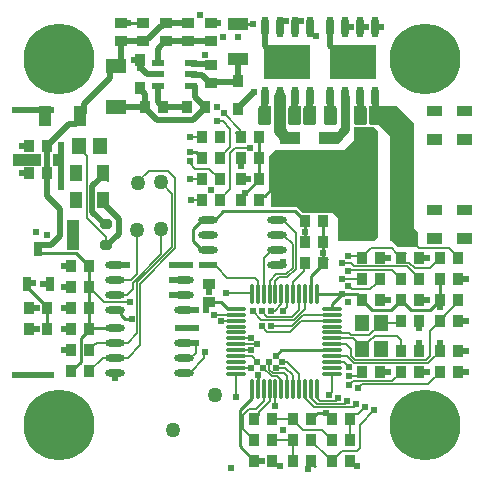
<source format=gbl>
G04*
G04 #@! TF.GenerationSoftware,Altium Limited,Altium Designer,20.0.2 (26)*
G04*
G04 Layer_Physical_Order=4*
G04 Layer_Color=16711680*
%FSLAX25Y25*%
%MOIN*%
G70*
G01*
G75*
%ADD10C,0.01000*%
%ADD11C,0.00600*%
%ADD25R,0.06000X0.10000*%
%ADD47C,0.02400*%
%ADD48C,0.05000*%
%ADD49C,0.23622*%
%ADD50C,0.02000*%
%ADD52R,0.02559X0.04528*%
%ADD53O,0.07087X0.01181*%
%ADD54O,0.01181X0.07087*%
%ADD55R,0.07087X0.04449*%
%ADD56R,0.03661X0.03858*%
%ADD57R,0.15748X0.11810*%
%ADD58O,0.02362X0.07079*%
%ADD59R,0.03268X0.03937*%
%ADD60R,0.06500X0.05000*%
%ADD61R,0.03858X0.03661*%
%ADD62R,0.04331X0.02362*%
%ADD63R,0.04000X0.05500*%
%ADD64R,0.04449X0.07087*%
%ADD65O,0.06496X0.02362*%
%ADD66R,0.06496X0.02362*%
%ADD67R,0.03937X0.03150*%
G04:AMPARAMS|DCode=68|XSize=39.37mil|YSize=31.5mil|CornerRadius=0mil|HoleSize=0mil|Usage=FLASHONLY|Rotation=0.000|XOffset=0mil|YOffset=0mil|HoleType=Round|Shape=Octagon|*
%AMOCTAGOND68*
4,1,8,0.01968,-0.00787,0.01968,0.00787,0.01181,0.01575,-0.01181,0.01575,-0.01968,0.00787,-0.01968,-0.00787,-0.01181,-0.01575,0.01181,-0.01575,0.01968,-0.00787,0.0*
%
%ADD68OCTAGOND68*%

%ADD69R,0.04567X0.05787*%
%ADD70R,0.04528X0.05512*%
%ADD71C,0.03000*%
%ADD72C,0.04000*%
%ADD73R,0.03996X0.10200*%
G36*
X106624Y106924D02*
X106924Y106624D01*
X112190Y106624D01*
X118124Y100690D01*
X118124Y65724D01*
X119724Y64124D01*
Y60024D01*
X119024Y59324D01*
X113024Y59324D01*
X111024Y61324D01*
Y61424D01*
X110224D01*
X110224Y96424D01*
X106424Y100224D01*
X103924D01*
X103224Y100924D01*
X103224Y105924D01*
X103924Y106624D01*
X103924D01*
X104224Y106924D01*
Y109324D01*
X106624D01*
Y106924D01*
D02*
G37*
G36*
X101624D02*
X102624Y105924D01*
Y100924D01*
X101924Y100224D01*
X98924D01*
X98224Y100924D01*
Y105924D01*
X99224Y106924D01*
Y109324D01*
X101624D01*
Y106924D01*
D02*
G37*
G36*
X91624D02*
X92624Y105924D01*
Y100924D01*
X91924Y100224D01*
X88924D01*
X88224Y100924D01*
Y105924D01*
X89224Y106924D01*
Y109324D01*
X91624D01*
Y106924D01*
D02*
G37*
G36*
X84724D02*
X85724Y105924D01*
Y100924D01*
X85024Y100224D01*
X82024D01*
X81324Y100924D01*
Y105924D01*
X82324Y106924D01*
Y109324D01*
X84724D01*
Y106924D01*
D02*
G37*
G36*
X79724D02*
X80724Y105924D01*
Y100924D01*
X80024Y100224D01*
X77024D01*
X76324Y100924D01*
Y105924D01*
X77324Y106924D01*
Y109324D01*
X79724D01*
Y106924D01*
D02*
G37*
G36*
X69724D02*
X70724Y105924D01*
Y100924D01*
X70024Y100224D01*
X67024D01*
X66324Y100924D01*
Y105924D01*
X67324Y106924D01*
Y109324D01*
X69724D01*
Y106924D01*
D02*
G37*
G36*
X106124Y98224D02*
X106124Y62771D01*
X104876Y61524D01*
X93024Y61524D01*
X93024Y69024D01*
X91224Y70824D01*
X81200Y70824D01*
X79100Y72924D01*
X70724Y72924D01*
X70724Y77623D01*
X69824Y78524D01*
X69824Y89556D01*
X71991Y91724D01*
X94968D01*
X98224Y94979D01*
X98224Y99524D01*
X104824D01*
X106124Y98224D01*
D02*
G37*
D10*
X123690Y38524D02*
X126992Y41825D01*
X-10717Y47216D02*
X-9937Y46437D01*
Y45332D02*
Y46437D01*
X49606Y68524D02*
X51825D01*
X47539D02*
X49606D01*
X-3945Y32024D02*
Y39024D01*
X72123Y23147D02*
X74047Y25071D01*
X43492Y91024D02*
X45591D01*
X47492Y89122D01*
X21824Y35624D02*
X24124D01*
X18606Y38524D02*
X20065D01*
X20694Y37894D01*
Y36753D02*
Y37894D01*
Y36753D02*
X21824Y35624D01*
X66555Y75122D02*
X67886Y76453D01*
X68453D01*
X66555Y75024D02*
Y75122D01*
X68453Y76453D02*
X71024Y79024D01*
Y79024D01*
X44554Y61510D02*
X47539Y58524D01*
X44554Y65538D02*
X47539Y68524D01*
X44554Y61510D02*
Y65538D01*
X54738Y71436D02*
X78501D01*
X51825Y68524D02*
X54738Y71436D01*
X100992Y41924D02*
Y42022D01*
X99661Y43353D02*
X100992Y42022D01*
X99563Y43353D02*
X99661D01*
X99128Y43787D02*
X99563Y43353D01*
X94224Y43787D02*
X99128D01*
X88055Y54122D02*
X89386Y55453D01*
X88026Y54093D02*
X88055Y54122D01*
Y57524D02*
Y61024D01*
Y54122D02*
Y57524D01*
Y54024D02*
Y54122D01*
X88026Y53896D02*
Y54093D01*
X78501Y71436D02*
X81913Y68024D01*
X81992Y64524D02*
Y68024D01*
Y61024D02*
Y64524D01*
X86568Y52595D02*
X86724D01*
X83916Y49943D02*
X86568Y52595D01*
X86724D02*
X88026Y53896D01*
X83916Y44003D02*
Y49943D01*
X88055Y61024D02*
Y68024D01*
X83882Y43968D02*
X83916Y44003D01*
X59524Y133890D02*
X64524D01*
X65224Y97453D02*
X66555Y96122D01*
Y96024D02*
Y96122D01*
X10055Y39024D02*
Y45925D01*
X5754Y57424D02*
X10055Y53122D01*
Y32024D02*
Y39024D01*
X-6976Y58203D02*
X-6197Y57424D01*
X-6976Y58203D02*
Y58831D01*
X-6197Y57424D02*
X5754D01*
X86055Y4024D02*
X88992D01*
X85386Y3453D02*
X85484D01*
X86055Y4024D01*
X84055Y2024D02*
Y2122D01*
X85386Y3453D01*
X66555Y81925D02*
Y82024D01*
X62054Y77424D02*
X66555Y81925D01*
X61892Y77424D02*
X62054D01*
X66165Y12079D02*
Y16824D01*
Y11824D02*
Y12079D01*
X90969Y38850D02*
Y40532D01*
X94224Y43787D01*
X85850Y43871D02*
Y43968D01*
Y43871D02*
X85934Y43787D01*
X94224D01*
X126992Y41924D02*
Y48924D01*
X126992Y48924D01*
X74047Y25071D02*
X90969D01*
X60124Y-7009D02*
X64992Y-11878D01*
X60124Y-7009D02*
Y5053D01*
X64197Y9126D02*
Y12079D01*
X60124Y5053D02*
X64197Y9126D01*
X56126Y38850D02*
X59079D01*
X53984Y40992D02*
X56126Y38850D01*
X50024Y40992D02*
X53984D01*
X59044Y38885D02*
X59079Y38850D01*
X66555Y89024D02*
Y96024D01*
Y82024D02*
Y89024D01*
X47539Y58524D02*
X49606D01*
X-5276Y40354D02*
Y40671D01*
X-9937Y45332D02*
X-5276Y40671D01*
X20524Y134055D02*
X28024D01*
X-5276Y40354D02*
X-3945Y39024D01*
X71055Y-12075D02*
Y-11976D01*
X84055Y-12075D02*
Y-11976D01*
X47492Y89024D02*
Y89122D01*
X113992Y41825D02*
X117294Y38524D01*
X126992Y41825D02*
Y41924D01*
X117294Y38524D02*
X123690D01*
X84055Y-12075D02*
X85386Y-13406D01*
X97055Y-12075D02*
Y-11976D01*
X100992Y41825D02*
X104294Y38524D01*
X110592D02*
X112563Y40494D01*
X104294Y38524D02*
X110592D01*
X100992Y41825D02*
Y41924D01*
X113992Y41825D02*
Y41924D01*
X112661Y40494D02*
X113992Y41825D01*
X112563Y40494D02*
X112661D01*
X10055Y31925D02*
Y32024D01*
X7124Y28994D02*
X10055Y31925D01*
X7124Y21254D02*
Y28994D01*
X3992Y18024D02*
Y18122D01*
X7124Y21254D01*
X10055Y32024D02*
X10555Y32524D01*
X18606D01*
X10055Y46024D02*
Y53024D01*
X97055Y2024D02*
X97055Y2024D01*
X84055Y-5075D02*
Y-4976D01*
X89528Y-10547D02*
X89661D01*
X90992Y-11878D01*
X77992Y-11976D02*
X77992Y-11976D01*
X90992Y-4976D02*
Y-4878D01*
X89661Y-3547D02*
X90992Y-4878D01*
X89563Y-3547D02*
X89661D01*
X77992Y1925D02*
Y2024D01*
X10055Y53024D02*
Y53122D01*
D11*
X26087Y65148D02*
Y65276D01*
Y50587D02*
Y65148D01*
X38724Y58981D02*
Y82324D01*
X72009Y38309D02*
X74039Y40339D01*
Y43968D02*
X74039Y43968D01*
X74039Y40339D02*
Y43968D01*
X74524Y38024D02*
X76008Y39508D01*
Y43968D01*
X70809Y38309D02*
X72009D01*
X70524Y38024D02*
X70809Y38309D01*
X74125Y21179D02*
X75924D01*
X79945Y12079D02*
Y17159D01*
X75924Y21179D02*
X79945Y17159D01*
X75425Y19222D02*
X77976Y16671D01*
X72123Y19222D02*
X75425D01*
X77976Y12079D02*
Y16671D01*
X71336Y17322D02*
X75025D01*
X76008Y16339D01*
X70078Y18580D02*
X71336Y17322D01*
X70922Y16322D02*
X72749D01*
X74039Y15032D01*
X70078Y18580D02*
Y21135D01*
X68079Y19165D02*
X70922Y16322D01*
X74039Y12079D02*
Y15032D01*
X76008Y12079D02*
Y16339D01*
X59079Y27039D02*
X66079D01*
X59079Y29008D02*
X64079D01*
X118524Y60524D02*
X119824Y59224D01*
X129853D02*
X133055Y56022D01*
X119824Y59224D02*
X129853D01*
X43724Y22524D02*
X45441Y24241D01*
Y27524D01*
X41441Y22524D02*
X43724D01*
X68134Y55884D02*
X70774Y58524D01*
X68134Y43968D02*
Y55884D01*
X70774Y58524D02*
X72441D01*
X52574Y52643D02*
X55993Y49224D01*
X65224D02*
X66165Y48282D01*
X55993Y49224D02*
X65224D01*
X50487Y52643D02*
X52574D01*
X49606Y53524D02*
X50487Y52643D01*
X90969Y17197D02*
X90969Y17197D01*
X90969Y11275D02*
Y17197D01*
X90024Y10330D02*
X90969Y11275D01*
X90024Y10024D02*
Y10330D01*
X97924Y14924D02*
X110992D01*
X96524Y13524D02*
X97924Y14924D01*
X101024Y13924D02*
X122992D01*
X100024Y12924D02*
X101024Y13924D01*
X90969Y21134D02*
X94913D01*
X96524Y19524D01*
Y19524D02*
Y19524D01*
X95102Y7102D02*
X96024Y8024D01*
X98220Y20824D02*
X122892D01*
X125363Y23294D01*
X125461D02*
X126992Y24825D01*
X125363Y23294D02*
X125461D01*
X126992Y24825D02*
Y24924D01*
X123524Y23155D02*
Y31357D01*
X98634Y21824D02*
X122192D01*
X123524Y23155D01*
X95941Y23102D02*
X98220Y20824D01*
X97224Y23234D02*
X98634Y21824D01*
X90969Y23102D02*
X95941D01*
X97224Y23234D02*
Y25424D01*
X97224Y30124D02*
X103182D01*
X91080Y30865D02*
X96482D01*
X97224Y30124D01*
X104857Y31798D02*
X105209D01*
X103182Y30124D02*
X104857Y31798D01*
X105209D02*
X107173Y33762D01*
Y34254D01*
X103267Y28049D02*
X105095Y29876D01*
X102838Y28049D02*
X103267D01*
X105095Y29876D02*
X112621D01*
X113992Y28505D01*
Y24924D02*
Y28505D01*
X100874Y26085D02*
X102838Y28049D01*
X90969Y30976D02*
X91080Y30865D01*
X100874Y25593D02*
Y26085D01*
X90969Y29008D02*
X97951D01*
X100874Y26085D01*
X97024Y16524D02*
X99592D01*
X100992Y17924D01*
X99653Y3653D02*
X102024Y6024D01*
X98586Y3653D02*
X99653D01*
X97055Y2024D02*
Y2122D01*
X98586Y3653D01*
X100228Y228D02*
X105024Y5024D01*
X100228Y-7576D02*
Y228D01*
X84937Y6102D02*
X98102D01*
X99024Y7024D01*
X85905Y7102D02*
X95102D01*
X92102Y8102D02*
X93024Y9024D01*
X86935Y8102D02*
X92102D01*
X103555Y45424D02*
X105426Y47295D01*
X96224Y46346D02*
X96552D01*
X97475Y45424D01*
X103555D01*
X100974Y48906D02*
X100992Y48924D01*
X94224Y48906D02*
X100974D01*
X115955Y53024D02*
X118426Y50553D01*
X98146Y53024D02*
X115955D01*
X94224Y54024D02*
X97146D01*
X98146Y53024D01*
X96568Y51809D02*
X97360D01*
X96224Y51465D02*
X96568Y51809D01*
X97360D02*
X97475Y51924D01*
X110992D01*
X100333Y56583D02*
X100992Y55924D01*
X96224Y56583D02*
X100333D01*
X133055Y55924D02*
Y56022D01*
X110992Y51924D02*
X112363Y50553D01*
X126992Y55825D02*
Y55924D01*
X123591Y52424D02*
X126992Y55825D01*
X118594Y52424D02*
X123591D01*
X113992Y55825D02*
Y55924D01*
Y55825D02*
X115523Y54295D01*
X116723D01*
X118594Y52424D01*
X118426Y50553D02*
X118524D01*
X100992Y56022D02*
X104004Y59034D01*
X110882D02*
X112363Y57553D01*
X104004Y59034D02*
X110882D01*
X113232Y64524D02*
Y66524D01*
X126992Y55924D02*
Y56022D01*
X125461Y57553D02*
X126992Y56022D01*
X113992D02*
X115523Y57553D01*
X115390Y62705D02*
Y64024D01*
X58579Y92324D02*
X63524D01*
X57079Y90824D02*
X58579Y92324D01*
X57079Y78646D02*
Y90824D01*
X74524Y68524D02*
X78824Y64224D01*
X75925Y49324D02*
X78824Y52222D01*
Y64224D01*
X75511Y50324D02*
X77824Y52636D01*
Y60424D01*
X74724Y63524D02*
X77824Y60424D01*
X73269Y49324D02*
X75925D01*
X72324Y50324D02*
X75511D01*
X77976Y47875D02*
X81724Y51622D01*
Y53024D02*
X81992Y53292D01*
X81724Y51622D02*
Y53024D01*
X77976Y43968D02*
Y47875D01*
X58961Y97554D02*
Y97653D01*
X54796Y104024D02*
X60318Y98501D01*
X58961Y97554D02*
X60492Y96024D01*
X60318Y96197D02*
X60492Y96024D01*
X60318Y96197D02*
Y98501D01*
X44024Y75024D02*
X47492D01*
X112363Y57553D02*
X112461D01*
X113992Y56022D01*
X15055Y41024D02*
X23524D01*
X10055Y45925D02*
Y46024D01*
Y45925D02*
X11586Y44394D01*
X11684D01*
X15055Y41024D01*
X24524Y47609D02*
X33961Y57046D01*
X24524Y45504D02*
Y47609D01*
X22543Y43524D02*
X24524Y45504D01*
X26024Y30779D02*
Y47695D01*
X22768Y27524D02*
X26024Y30779D01*
X18606Y27524D02*
X22768D01*
X26024Y47695D02*
X37724Y59395D01*
X27024Y26779D02*
Y47281D01*
X22768Y22524D02*
X27024Y26779D01*
X18606Y22524D02*
X22768D01*
X27024Y47281D02*
X38724Y58981D01*
X59057Y36860D02*
X59079Y36882D01*
X51644Y36860D02*
X59057D01*
X51622Y36838D02*
X51644Y36860D01*
X72071Y6079D02*
Y12079D01*
X61424Y-1309D02*
Y3627D01*
X66165Y43968D02*
Y48282D01*
X125461Y16295D02*
X126992Y17825D01*
X122992Y13924D02*
X125363Y16295D01*
X125461D01*
X55524Y44024D02*
X64142D01*
X64197Y43968D01*
Y43326D02*
Y43968D01*
X80742Y34913D02*
X90969D01*
X76952Y31124D02*
X80742Y34913D01*
X69424Y31124D02*
X76952D01*
X67524Y33024D02*
X69424Y31124D01*
X77438Y33024D02*
X81296Y36882D01*
X70524Y33024D02*
X77438D01*
X64524Y38024D02*
X67424Y35124D01*
X67524Y38024D02*
X69424Y36124D01*
X77709D01*
X24024Y48524D02*
X26087Y50587D01*
X18606Y48524D02*
X24024D01*
X37724Y59395D02*
Y77261D01*
X33961Y57046D02*
Y65276D01*
X14457Y22524D02*
X18606D01*
X12555Y27524D02*
X18606D01*
X99228Y-8576D02*
X100228Y-7576D01*
X94392Y-8576D02*
X99228D01*
X90992Y-11976D02*
Y-11878D01*
X92523Y-10347D01*
X92621D01*
X94392Y-8576D01*
X81913Y9126D02*
Y12079D01*
Y9126D02*
X84937Y6102D01*
X83882Y9126D02*
Y12079D01*
Y9126D02*
X85905Y7102D01*
X85850Y9187D02*
Y12079D01*
Y9187D02*
X86935Y8102D01*
X43992Y82024D02*
X47492D01*
X5425Y84122D02*
X5524Y84024D01*
X110992Y14924D02*
X112363Y16295D01*
X128523Y36454D02*
Y36884D01*
X131524Y39885D01*
Y40393D01*
X133055Y41924D01*
X66122Y12122D02*
X66165Y12079D01*
X61424Y3627D02*
X63421Y5624D01*
X65624D02*
X68134Y8134D01*
X63421Y5624D02*
X65624D01*
X61424Y-1309D02*
X64992Y-4878D01*
X59079Y9524D02*
Y17197D01*
X59079Y17197D01*
X58969Y34913D02*
X59024Y34969D01*
X59079Y34913D01*
X54079D02*
X58969D01*
X52894Y101424D02*
X54523D01*
X57079Y92646D02*
Y98869D01*
X54523Y101424D02*
X57079Y98869D01*
X52724Y101594D02*
X52894Y101424D01*
X81913Y38913D02*
Y43968D01*
X67424Y35124D02*
X78124D01*
X81913Y38913D01*
X79945Y38359D02*
Y43968D01*
X77709Y36124D02*
X79945Y38359D01*
X81296Y36882D02*
X90969D01*
X41441Y17524D02*
X43508D01*
X48416Y22432D01*
Y24505D01*
X48443Y24532D01*
X9224Y69135D02*
X15535Y62824D01*
Y60024D02*
Y62824D01*
X9224Y69135D02*
Y89710D01*
X6520Y92413D02*
X9224Y89710D01*
X70102Y48102D02*
X72324Y50324D01*
X72071Y48126D02*
X73269Y49324D01*
X70102Y43968D02*
Y48102D01*
X72071Y43968D02*
Y48126D01*
X14524Y83312D02*
Y84024D01*
Y83312D02*
X16224Y81612D01*
X59079Y23102D02*
X64110D01*
X66079Y21134D01*
Y21134D02*
Y21134D01*
X64992Y2024D02*
X66523Y3554D01*
Y4523D02*
X70102Y8102D01*
X66523Y3554D02*
Y4523D01*
X70102Y8102D02*
Y12079D01*
X68134Y8134D02*
Y12079D01*
X59079Y19165D02*
X64079D01*
X59079Y25071D02*
X64079D01*
X53555Y89122D02*
X57079Y92646D01*
X53555Y89024D02*
Y89122D01*
Y75024D02*
Y75122D01*
X57079Y78646D01*
X126992Y34924D02*
X128523Y36454D01*
X53555Y82024D02*
Y82122D01*
X50054Y85624D02*
X53555Y82122D01*
X45224Y85624D02*
X50054D01*
X43524Y87324D02*
X45224Y85624D01*
X53555Y96024D02*
Y96122D01*
X43524Y96024D02*
X47492D01*
X100992Y55924D02*
Y56022D01*
X113992Y55924D02*
Y56022D01*
X126992Y17825D02*
Y17924D01*
X113992Y17825D02*
Y17924D01*
X112461Y16295D02*
X113992Y17825D01*
X112363Y16295D02*
X112461D01*
X95608Y27039D02*
X97224Y25424D01*
X107173Y34254D02*
X113323D01*
X113992Y34924D01*
X13528Y93024D02*
X13728Y92824D01*
X6520Y92413D02*
Y93024D01*
X10055Y25024D02*
Y25122D01*
X11586Y26653D01*
X11684D01*
X12555Y27524D01*
X10055Y18024D02*
Y18122D01*
X14457Y22524D01*
X126992Y34825D02*
Y34924D01*
X123524Y31357D02*
X126992Y34825D01*
X90969Y27039D02*
X95608D01*
X64992Y-4976D02*
Y-4878D01*
X97055Y-4976D02*
Y2024D01*
X84055Y-5075D02*
X89528Y-10547D01*
X77992Y-11976D02*
Y-4976D01*
X71055D02*
X77992D01*
X87492Y-1476D02*
X89563Y-3547D01*
X77992Y1925D02*
X81394Y-1476D01*
X87492D01*
X71055Y2024D02*
X77992D01*
X120055Y48924D02*
Y49022D01*
X118524Y50553D02*
X120055Y49022D01*
X113992Y48924D02*
Y49022D01*
X112461Y50553D02*
X113992Y49022D01*
X112363Y50553D02*
X112461D01*
X107055Y48825D02*
Y48924D01*
X105524Y47295D02*
X107055Y48825D01*
X105426Y47295D02*
X105524D01*
X18606Y43524D02*
X22543D01*
X36124Y84924D02*
X38724Y82324D01*
X33961Y81024D02*
X37724Y77261D01*
X26087Y81024D02*
X29987Y84924D01*
X36124D01*
X72441Y63524D02*
X74724D01*
X72441Y68524D02*
X74524D01*
D25*
X113232Y66524D02*
D03*
X101815D02*
D03*
X113232Y80524D02*
D03*
X101815D02*
D03*
X113232Y94524D02*
D03*
X101815D02*
D03*
D47*
X-7783Y64324D02*
D03*
X-8776Y47424D02*
D03*
X-7476Y39024D02*
D03*
X74524Y38024D02*
D03*
X72123Y23147D02*
D03*
X70524Y33024D02*
D03*
X74125Y21179D02*
D03*
X72123Y19222D02*
D03*
X70078Y21135D02*
D03*
X66079Y27039D02*
D03*
X64079Y29008D02*
D03*
X68079Y19165D02*
D03*
X115524Y60524D02*
D03*
Y62024D02*
D03*
X23024Y134055D02*
D03*
X71024Y80524D02*
D03*
X72524Y79024D02*
D03*
X71024Y82024D02*
D03*
X72524D02*
D03*
X74024Y79024D02*
D03*
Y80524D02*
D03*
X71024Y83524D02*
D03*
X72524D02*
D03*
X75524Y79024D02*
D03*
Y80524D02*
D03*
X123524Y61524D02*
D03*
Y63024D02*
D03*
X125024D02*
D03*
X126524D02*
D03*
X125024Y61524D02*
D03*
X126524D02*
D03*
X136524D02*
D03*
X135024D02*
D03*
X136524Y63024D02*
D03*
X135024D02*
D03*
X133524D02*
D03*
Y61524D02*
D03*
X96524Y19524D02*
D03*
Y13524D02*
D03*
X99524Y12524D02*
D03*
X96024Y8024D02*
D03*
X96524Y16524D02*
D03*
X96224Y56583D02*
D03*
X133524Y105524D02*
D03*
Y104024D02*
D03*
X135024D02*
D03*
X136524D02*
D03*
X135024Y105524D02*
D03*
X136524D02*
D03*
X126524D02*
D03*
X125024D02*
D03*
X126524Y104024D02*
D03*
X125024D02*
D03*
X123524D02*
D03*
Y105524D02*
D03*
X118524Y62024D02*
D03*
Y60524D02*
D03*
X117024D02*
D03*
Y62024D02*
D03*
X104624Y88224D02*
D03*
Y86724D02*
D03*
X103124D02*
D03*
Y88224D02*
D03*
X98624Y86724D02*
D03*
Y88224D02*
D03*
X100124D02*
D03*
Y86724D02*
D03*
X1496Y46019D02*
D03*
X-5376Y47216D02*
D03*
X71024Y79024D02*
D03*
X72524Y80524D02*
D03*
X94390Y90024D02*
D03*
X95890D02*
D03*
Y88524D02*
D03*
X122555Y55924D02*
D03*
X101624Y88224D02*
D03*
Y86724D02*
D03*
X60492Y86524D02*
D03*
X63524Y92324D02*
D03*
X82524Y103424D02*
D03*
X79524Y105424D02*
D03*
X82524Y101424D02*
D03*
X79524D02*
D03*
X82524Y105424D02*
D03*
X79524Y103424D02*
D03*
X125024Y72524D02*
D03*
Y71024D02*
D03*
X126524Y72524D02*
D03*
Y71024D02*
D03*
X123524D02*
D03*
Y72524D02*
D03*
X104424Y105424D02*
D03*
X106424D02*
D03*
Y103424D02*
D03*
Y101424D02*
D03*
X104424D02*
D03*
Y103424D02*
D03*
X84524Y105424D02*
D03*
Y103424D02*
D03*
Y101424D02*
D03*
X136524Y72524D02*
D03*
X135024D02*
D03*
X133524D02*
D03*
Y71024D02*
D03*
X135024D02*
D03*
X136524D02*
D03*
X133524Y94524D02*
D03*
X135024D02*
D03*
X136524D02*
D03*
Y96024D02*
D03*
X135024D02*
D03*
X133524D02*
D03*
X67524Y103424D02*
D03*
Y101424D02*
D03*
X69524D02*
D03*
Y103424D02*
D03*
Y105424D02*
D03*
X67524D02*
D03*
X99424Y103424D02*
D03*
Y101424D02*
D03*
X101424D02*
D03*
Y103424D02*
D03*
Y105424D02*
D03*
X99424D02*
D03*
X89424Y103424D02*
D03*
Y101424D02*
D03*
X91424D02*
D03*
Y103424D02*
D03*
Y105424D02*
D03*
X89424D02*
D03*
X85524Y129724D02*
D03*
X80524Y134724D02*
D03*
X75524D02*
D03*
X64524Y133890D02*
D03*
X65024Y111024D02*
D03*
X59724Y129553D02*
D03*
X77524Y103424D02*
D03*
Y101424D02*
D03*
Y105424D02*
D03*
X54796Y104024D02*
D03*
X123524Y96024D02*
D03*
X125024D02*
D03*
X126524D02*
D03*
Y94524D02*
D03*
X125024D02*
D03*
X123524D02*
D03*
X50024Y44555D02*
D03*
X81992Y64524D02*
D03*
X1492Y53024D02*
D03*
X492Y79524D02*
D03*
Y81524D02*
D03*
Y93524D02*
D03*
Y91524D02*
D03*
Y83524D02*
D03*
Y85524D02*
D03*
X23524Y41024D02*
D03*
X37441Y43524D02*
D03*
X22606Y53524D02*
D03*
X62904Y82112D02*
D03*
X37441Y53524D02*
D03*
X67492Y-11976D02*
D03*
X3712Y62824D02*
D03*
X24124Y35624D02*
D03*
X1492Y39024D02*
D03*
Y32024D02*
D03*
X51622Y36838D02*
D03*
X45441Y38524D02*
D03*
X72024Y6524D02*
D03*
X52524Y105994D02*
D03*
X97424Y132724D02*
D03*
X48524Y123524D02*
D03*
X120055Y27424D02*
D03*
Y32424D02*
D03*
X135555Y24924D02*
D03*
Y34924D02*
D03*
Y17924D02*
D03*
X122555D02*
D03*
X55524Y44024D02*
D03*
X67524Y38024D02*
D03*
X64524D02*
D03*
X70524D02*
D03*
X44024Y75024D02*
D03*
X45441Y32524D02*
D03*
X99024Y7024D02*
D03*
X90024Y10024D02*
D03*
X93024Y9024D02*
D03*
X96224Y41228D02*
D03*
X107424Y132724D02*
D03*
X88992Y4024D02*
D03*
X105024Y5024D02*
D03*
X102024Y6024D02*
D03*
X102424Y132724D02*
D03*
X18606Y15724D02*
D03*
X74524Y-1476D02*
D03*
X37441Y48524D02*
D03*
X43524Y82024D02*
D03*
X492Y87524D02*
D03*
Y89524D02*
D03*
X-1008Y87524D02*
D03*
Y89524D02*
D03*
X-7008D02*
D03*
Y87524D02*
D03*
X-8508Y89524D02*
D03*
Y87524D02*
D03*
X-10008Y89524D02*
D03*
Y87524D02*
D03*
X-11508Y89524D02*
D03*
Y87524D02*
D03*
X-14508Y89524D02*
D03*
X-13008Y87524D02*
D03*
X-14508D02*
D03*
X-13008Y89524D02*
D03*
X-12508Y84024D02*
D03*
X135555Y48924D02*
D03*
X94224Y43787D02*
D03*
X126992Y39424D02*
D03*
X126992Y27424D02*
D03*
X66165Y16824D02*
D03*
X57155Y-14209D02*
D03*
X59079Y9524D02*
D03*
X45441Y27524D02*
D03*
X54079Y34913D02*
D03*
X88055Y57524D02*
D03*
X49024Y38492D02*
D03*
X74441Y54524D02*
D03*
X54724Y129553D02*
D03*
X27024Y119169D02*
D03*
X1492Y25024D02*
D03*
X46924Y136951D02*
D03*
X99424Y-13476D02*
D03*
X83082Y-14476D02*
D03*
X73455Y-13476D02*
D03*
X67524Y33024D02*
D03*
X48443Y24532D02*
D03*
X-7476Y32024D02*
D03*
X-4699Y16929D02*
D03*
X-6699D02*
D03*
X-8698D02*
D03*
X-10699D02*
D03*
X-12698D02*
D03*
X-14698D02*
D03*
X24824Y121669D02*
D03*
X53024Y134055D02*
D03*
X70024Y123024D02*
D03*
X72024Y125024D02*
D03*
X70024Y121024D02*
D03*
Y119024D02*
D03*
X72024Y121024D02*
D03*
X74024Y117024D02*
D03*
X72024D02*
D03*
X76024D02*
D03*
X80024D02*
D03*
X78024D02*
D03*
X82024D02*
D03*
Y119024D02*
D03*
X74024D02*
D03*
Y121024D02*
D03*
X78024Y119024D02*
D03*
X76024Y121024D02*
D03*
X74024Y123024D02*
D03*
X76024Y125024D02*
D03*
X74024D02*
D03*
X78024Y121024D02*
D03*
Y123024D02*
D03*
X82024Y121024D02*
D03*
X80024D02*
D03*
Y125024D02*
D03*
X78024D02*
D03*
X82024Y123024D02*
D03*
Y125024D02*
D03*
X91924Y123024D02*
D03*
X93924Y125024D02*
D03*
X91924Y121024D02*
D03*
X93924Y117024D02*
D03*
X97924D02*
D03*
X95924D02*
D03*
X91924Y119024D02*
D03*
X93924Y121024D02*
D03*
X95924Y119024D02*
D03*
Y121024D02*
D03*
X99924Y117024D02*
D03*
Y119024D02*
D03*
X103924Y117024D02*
D03*
X101924D02*
D03*
Y121024D02*
D03*
X97924D02*
D03*
X103924Y119024D02*
D03*
Y121024D02*
D03*
X99924D02*
D03*
X95924Y123024D02*
D03*
X103924D02*
D03*
X99924D02*
D03*
X97924Y125024D02*
D03*
X95924D02*
D03*
X103924D02*
D03*
X99924D02*
D03*
X101924D02*
D03*
X91924D02*
D03*
X70024D02*
D03*
X50523Y78536D02*
D03*
X64079Y19165D02*
D03*
Y25071D02*
D03*
X94224Y48906D02*
D03*
X96224Y46346D02*
D03*
X66079Y21134D02*
D03*
X94224Y54024D02*
D03*
X96224Y51465D02*
D03*
X5212Y62824D02*
D03*
X3712Y64324D02*
D03*
X5212D02*
D03*
X-2699Y16929D02*
D03*
X61892Y77424D02*
D03*
X52724Y101594D02*
D03*
X43524Y91024D02*
D03*
Y88024D02*
D03*
X-3945Y63524D02*
D03*
X-12508Y93024D02*
D03*
X109555Y55924D02*
D03*
X122555Y41924D02*
D03*
X109555D02*
D03*
X109555Y17924D02*
D03*
X43524Y96024D02*
D03*
X-10699Y105118D02*
D03*
X-8698D02*
D03*
X-12698D02*
D03*
X-14698D02*
D03*
X-6699D02*
D03*
X-4699D02*
D03*
X-2699D02*
D03*
D48*
X33824Y65324D02*
D03*
X26087Y65148D02*
D03*
X33924Y81204D02*
D03*
X26097Y80913D02*
D03*
X37905Y-1476D02*
D03*
X52024Y10148D02*
D03*
D49*
X122047Y122047D02*
D03*
Y0D02*
D03*
X0D02*
D03*
Y122047D02*
D03*
D50*
X27024Y119169D02*
X27132D01*
X59524Y105713D02*
X60158Y106346D01*
X60347D01*
X65024Y111024D01*
X59524Y105378D02*
Y105713D01*
X32831Y117205D02*
X33012Y117024D01*
X29096Y117205D02*
X32831D01*
X27132Y119169D02*
X29096Y117205D01*
X27624Y127992D02*
X28454Y128823D01*
X90424Y126524D02*
Y132724D01*
Y126524D02*
X91924Y125024D01*
X68524Y126524D02*
X70024Y125024D01*
X68524Y126524D02*
Y132724D01*
X15929Y60024D02*
X19824Y63918D01*
X6890Y101705D02*
Y103024D01*
X59524Y114669D02*
Y122158D01*
X59524Y122158D01*
X50524Y113992D02*
X50862Y114331D01*
X59185D01*
X59524Y114669D01*
X44035Y117024D02*
X44216Y116842D01*
X47575D01*
X50425Y113992D01*
X50524D01*
X49996Y120583D02*
X50524Y120055D01*
X44216Y120583D02*
X49996D01*
X44035Y120764D02*
X44216Y120583D01*
X35524Y127992D02*
X50524D01*
X35524Y127992D02*
X35524Y127992D01*
X33012Y120764D02*
Y125579D01*
X35425Y127992D01*
X35524D01*
X33012Y107665D02*
Y113284D01*
Y107665D02*
X34555Y106122D01*
Y106024D02*
Y106122D01*
Y106024D02*
X42492D01*
X28492Y105925D02*
Y106024D01*
Y105925D02*
X32494Y101924D01*
X48555Y105925D02*
Y106024D01*
X44554Y101924D02*
X48555Y105925D01*
X32494Y101924D02*
X44554D01*
X44035Y113284D02*
X45020D01*
X45201Y113102D01*
Y109476D02*
Y113102D01*
Y109476D02*
X48555Y106122D01*
Y106024D02*
Y106122D01*
X28492Y106024D02*
Y110575D01*
X27024Y112043D02*
X28492Y110575D01*
X27024Y112043D02*
Y112378D01*
X19024Y106274D02*
X19149Y106149D01*
X28367D01*
X28492Y106024D01*
X33924Y133224D02*
X34693D01*
X28454Y128823D02*
X29523D01*
X33924Y133224D01*
X34693D02*
X35524Y134055D01*
X43024D01*
X8114Y107135D02*
X16774Y115795D01*
X8114Y104248D02*
Y107135D01*
X16774Y115795D02*
Y118274D01*
X18274Y119774D02*
X19024D01*
X16774Y118274D02*
X18274Y119774D01*
X6890Y103024D02*
X8114Y104248D01*
X20524Y121274D02*
Y127992D01*
X19024Y119774D02*
X20524Y121274D01*
X27624Y127992D02*
X28024D01*
X20524D02*
X27624D01*
X43024Y134055D02*
X43024Y134055D01*
X35525Y127992D02*
X35624D01*
X10924Y79674D02*
X14524Y83274D01*
X10924Y71242D02*
Y79674D01*
Y71242D02*
X15142Y67024D01*
X-6976Y59815D02*
X-6697Y60094D01*
X-2706D02*
X424Y63224D01*
X-6697Y60094D02*
X-2706D01*
X-6976Y58831D02*
Y59815D01*
X424Y63224D02*
Y72224D01*
X-3945Y76592D02*
X424Y72224D01*
X15142Y67024D02*
X15535D01*
X14524Y74274D02*
X19824Y68974D01*
X15535Y60024D02*
X15929D01*
X19824Y63918D02*
Y68974D01*
X14524Y74274D02*
Y75024D01*
X-3945Y76592D02*
Y84024D01*
Y93024D01*
Y93122D01*
X3413Y100480D01*
X5665D01*
X6890Y101705D01*
D52*
X-6976Y58831D02*
D03*
X-10717Y47216D02*
D03*
X-3236D02*
D03*
D53*
X90969Y38850D02*
D03*
Y36882D02*
D03*
Y34913D02*
D03*
Y32945D02*
D03*
Y30976D02*
D03*
Y29008D02*
D03*
Y27039D02*
D03*
Y25071D02*
D03*
Y23102D02*
D03*
Y21134D02*
D03*
Y19165D02*
D03*
Y17197D02*
D03*
X59079D02*
D03*
Y19165D02*
D03*
Y21134D02*
D03*
Y23102D02*
D03*
Y25071D02*
D03*
Y27039D02*
D03*
Y29008D02*
D03*
Y30976D02*
D03*
Y32945D02*
D03*
Y34913D02*
D03*
Y36882D02*
D03*
Y38850D02*
D03*
D54*
X85850Y12079D02*
D03*
X83882D02*
D03*
X81913D02*
D03*
X79945D02*
D03*
X77976D02*
D03*
X76008D02*
D03*
X74039D02*
D03*
X72071D02*
D03*
X70102D02*
D03*
X68134D02*
D03*
X66165D02*
D03*
X64197D02*
D03*
Y43968D02*
D03*
X66165D02*
D03*
X68134D02*
D03*
X70102D02*
D03*
X72071D02*
D03*
X74039D02*
D03*
X76008D02*
D03*
X77976D02*
D03*
X79945D02*
D03*
X81913D02*
D03*
X83882D02*
D03*
X85850D02*
D03*
D55*
X77024Y95890D02*
D03*
Y84158D02*
D03*
X90024D02*
D03*
Y95890D02*
D03*
X59524Y133890D02*
D03*
Y122158D02*
D03*
D56*
X81992Y54024D02*
D03*
X88055D02*
D03*
X88055Y61024D02*
D03*
X81992D02*
D03*
Y68024D02*
D03*
X88055D02*
D03*
X66555Y96024D02*
D03*
X60492D02*
D03*
X133055Y48924D02*
D03*
X126992D02*
D03*
X100992Y17924D02*
D03*
X107055D02*
D03*
X126992D02*
D03*
X133055D02*
D03*
X113992D02*
D03*
X120055D02*
D03*
X100992Y48924D02*
D03*
X107055D02*
D03*
X120055D02*
D03*
X113992D02*
D03*
X60492Y89024D02*
D03*
X66555D02*
D03*
X53555Y75024D02*
D03*
X47492D02*
D03*
X48555Y106024D02*
D03*
X42492D02*
D03*
X28492D02*
D03*
X34555D02*
D03*
X3992Y32024D02*
D03*
X10055D02*
D03*
X3992Y46024D02*
D03*
X10055D02*
D03*
X126992Y24924D02*
D03*
X133055D02*
D03*
X-3945Y93024D02*
D03*
X-10008D02*
D03*
X107055Y55924D02*
D03*
X100992D02*
D03*
X120055D02*
D03*
X113992D02*
D03*
X126992D02*
D03*
X133055D02*
D03*
X113992Y24924D02*
D03*
X120055D02*
D03*
Y34924D02*
D03*
X113992D02*
D03*
Y41924D02*
D03*
X120055D02*
D03*
X10055Y18024D02*
D03*
X3992D02*
D03*
X-10008Y32024D02*
D03*
X-3945D02*
D03*
X-10008Y84024D02*
D03*
X-3945D02*
D03*
X-10008Y39024D02*
D03*
X-3945D02*
D03*
X53555Y96024D02*
D03*
X47492D02*
D03*
X66555Y82024D02*
D03*
X60492D02*
D03*
X47492Y89024D02*
D03*
X53555D02*
D03*
X60492Y75024D02*
D03*
X66555D02*
D03*
X47492Y82024D02*
D03*
X53555D02*
D03*
X97055Y-11976D02*
D03*
X90992D02*
D03*
Y2024D02*
D03*
X97055D02*
D03*
X84055Y-11976D02*
D03*
X77992D02*
D03*
X64992Y2024D02*
D03*
X71055D02*
D03*
X64992Y-4976D02*
D03*
X71055D02*
D03*
X84055Y2024D02*
D03*
X77992D02*
D03*
X90992Y-4976D02*
D03*
X97055D02*
D03*
X77992D02*
D03*
X84055D02*
D03*
X10055Y25024D02*
D03*
X3992D02*
D03*
X10055Y53024D02*
D03*
X3992D02*
D03*
X10055Y39024D02*
D03*
X3992D02*
D03*
X133055Y41924D02*
D03*
X126992D02*
D03*
X71055Y-11976D02*
D03*
X64992D02*
D03*
X126992Y34924D02*
D03*
X133055D02*
D03*
X107055Y41924D02*
D03*
X100992D02*
D03*
D57*
X76024Y121024D02*
D03*
X97924D02*
D03*
D58*
X68524Y132724D02*
D03*
X73524D02*
D03*
X78524D02*
D03*
X83524D02*
D03*
X68524Y109324D02*
D03*
X73524D02*
D03*
X78524D02*
D03*
X83524D02*
D03*
X105424D02*
D03*
X100424D02*
D03*
X95424D02*
D03*
X90424D02*
D03*
X105424Y132724D02*
D03*
X100424D02*
D03*
X95424D02*
D03*
X90424D02*
D03*
D59*
X59524Y114669D02*
D03*
Y105378D02*
D03*
X27024Y112378D02*
D03*
Y121669D02*
D03*
D60*
X19024Y106274D02*
D03*
Y119774D02*
D03*
D61*
X50524Y120055D02*
D03*
Y113992D02*
D03*
Y127992D02*
D03*
Y134055D02*
D03*
X43024Y134055D02*
D03*
Y127992D02*
D03*
X35524Y127992D02*
D03*
Y134055D02*
D03*
X28024Y127992D02*
D03*
Y134055D02*
D03*
X20524Y127992D02*
D03*
Y134055D02*
D03*
X50024Y47055D02*
D03*
Y40992D02*
D03*
D62*
X33012Y113284D02*
D03*
Y117024D02*
D03*
Y120764D02*
D03*
X44035D02*
D03*
Y117024D02*
D03*
Y113284D02*
D03*
D63*
X14524Y84024D02*
D03*
X5524D02*
D03*
X14524Y75024D02*
D03*
X5524D02*
D03*
D64*
X6890Y103024D02*
D03*
X-4843D02*
D03*
D65*
X18606Y38524D02*
D03*
Y43524D02*
D03*
Y48524D02*
D03*
Y53524D02*
D03*
X41441Y38524D02*
D03*
Y43524D02*
D03*
Y48524D02*
D03*
X18606Y17524D02*
D03*
Y22524D02*
D03*
Y27524D02*
D03*
Y32524D02*
D03*
X41441Y17524D02*
D03*
Y22524D02*
D03*
Y27524D02*
D03*
X72441Y68524D02*
D03*
Y63524D02*
D03*
Y58524D02*
D03*
Y53524D02*
D03*
X49606Y68524D02*
D03*
Y63524D02*
D03*
Y58524D02*
D03*
D66*
X41441Y53524D02*
D03*
Y32524D02*
D03*
X49606Y53524D02*
D03*
D67*
X4512Y60024D02*
D03*
Y67024D02*
D03*
D68*
X15535Y60024D02*
D03*
Y67024D02*
D03*
D69*
X13528Y93024D02*
D03*
X6520D02*
D03*
D70*
X100874Y34254D02*
D03*
X107173Y25593D02*
D03*
X100874D02*
D03*
X107173Y34254D02*
D03*
D71*
X90748Y95614D02*
X92114D01*
X95424Y98924D01*
Y109324D01*
D72*
X75705Y95890D02*
X77024D01*
X73524Y98071D02*
X75705Y95890D01*
X73524Y98071D02*
Y109324D01*
D73*
X4522Y63524D02*
D03*
M02*

</source>
